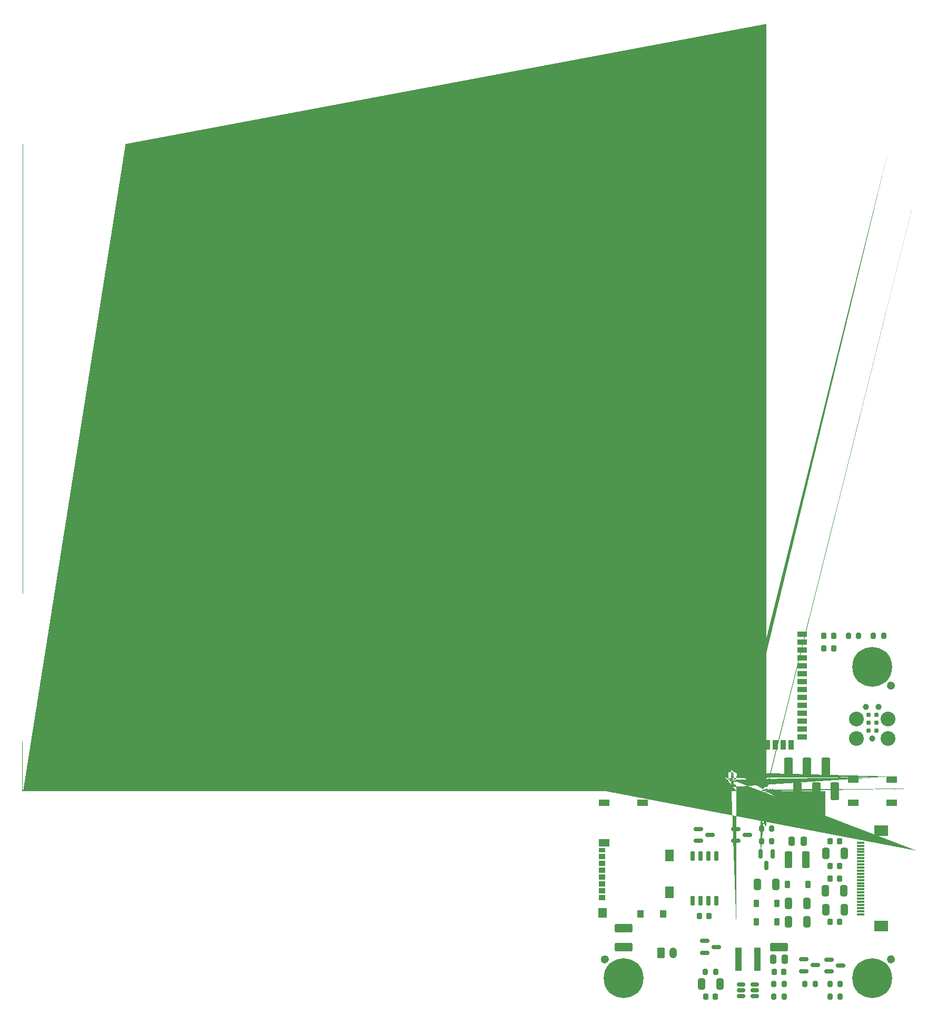
<source format=gbr>
G04 #@! TF.GenerationSoftware,KiCad,Pcbnew,7.0.8*
G04 #@! TF.CreationDate,2024-06-10T03:18:03-07:00*
G04 #@! TF.ProjectId,IotDisplay,496f7444-6973-4706-9c61-792e6b696361,rev?*
G04 #@! TF.SameCoordinates,Original*
G04 #@! TF.FileFunction,Soldermask,Top*
G04 #@! TF.FilePolarity,Negative*
%FSLAX46Y46*%
G04 Gerber Fmt 4.6, Leading zero omitted, Abs format (unit mm)*
G04 Created by KiCad (PCBNEW 7.0.8) date 2024-06-10 03:18:03*
%MOMM*%
%LPD*%
G01*
G04 APERTURE LIST*
G04 Aperture macros list*
%AMRoundRect*
0 Rectangle with rounded corners*
0 $1 Rounding radius*
0 $2 $3 $4 $5 $6 $7 $8 $9 X,Y pos of 4 corners*
0 Add a 4 corners polygon primitive as box body*
4,1,4,$2,$3,$4,$5,$6,$7,$8,$9,$2,$3,0*
0 Add four circle primitives for the rounded corners*
1,1,$1+$1,$2,$3*
1,1,$1+$1,$4,$5*
1,1,$1+$1,$6,$7*
1,1,$1+$1,$8,$9*
0 Add four rect primitives between the rounded corners*
20,1,$1+$1,$2,$3,$4,$5,0*
20,1,$1+$1,$4,$5,$6,$7,0*
20,1,$1+$1,$6,$7,$8,$9,0*
20,1,$1+$1,$8,$9,$2,$3,0*%
%AMFreePoly0*
4,1,596,0.029440,-0.000717,0.058811,-0.002883,0.088039,-0.006486,0.117055,-0.011519,0.145788,-0.017968,0.174172,-0.025819,0.202135,-0.035052,0.229611,-0.045645,0.256536,-0.057576,0.282841,-0.070810,0.308463,-0.085317,0.333343,-0.101065,0.357421,-0.118014,0.380637,-0.136123,0.402936,-0.155349,0.424266,-0.175647,0.444572,-0.196965,0.463808,-0.219253,0.481926,-0.242458,0.498883,-0.266524,
0.514639,-0.291393,0.529154,-0.317004,0.542396,-0.343296,0.554330,-0.370206,0.564929,-0.397668,0.574167,-0.425619,0.582021,-0.453987,0.588474,-0.482707,0.593509,-0.511708,0.597114,-0.540923,0.599280,-0.570278,0.600003,-0.599704,0.598396,-0.643017,0.593668,-0.686061,0.593795,-0.685749,0.593802,-0.685754,0.607867,-0.710266,0.622961,-0.734161,0.639055,-0.757396,0.656120,-0.779927,
0.674125,-0.801715,0.693039,-0.822719,0.712825,-0.842904,0.733452,-0.862232,0.754879,-0.880669,0.777069,-0.898181,0.799983,-0.914737,0.823577,-0.930307,0.847811,-0.944863,0.872644,-0.958379,0.898021,-0.970829,0.923911,-0.982196,0.923907,-0.982203,0.896618,-0.989595,0.869040,-0.995825,0.841222,-1.000879,0.813215,-1.004751,0.785069,-1.007431,0.756835,-1.008917,0.728563,-1.009205,
0.700304,-1.008294,0.672109,-1.006187,0.644029,-1.002887,0.616114,-0.998399,0.588415,-0.992733,0.560980,-0.985898,0.533861,-0.977906,0.507105,-0.968772,0.480758,-0.958510,0.481363,-0.957024,0.462548,-0.981125,0.442502,-1.004262,0.421301,-1.026348,0.399000,-1.047323,0.375658,-1.067134,0.351335,-1.085728,0.326090,-1.103060,0.299998,-1.119080,0.299515,-1.119048,0.324998,-1.142825,
0.349704,-1.167410,0.373603,-1.192774,0.396677,-1.218896,0.418907,-1.245757,0.440275,-1.273334,0.460764,-1.301605,0.480358,-1.330547,0.499040,-1.360138,0.516797,-1.390355,0.533613,-1.421172,0.549476,-1.452564,0.564372,-1.484506,0.578289,-1.516974,0.591217,-1.549941,0.603145,-1.583380,0.614063,-1.617267,0.623963,-1.651571,0.632837,-1.686266,0.640677,-1.721324,0.647478,-1.756718,
0.653234,-1.792418,0.657941,-1.828397,0.661594,-1.864627,0.664190,-1.901076,0.665728,-1.937716,0.666207,-1.974517,0.665625,-2.011453,0.663984,-2.048489,0.661285,-2.085600,0.657529,-2.122752,0.652721,-2.159921,0.646863,-2.197071,0.639961,-2.234176,0.632019,-2.271206,0.623045,-2.308129,0.613046,-2.344919,0.602029,-2.381543,0.590003,-2.417974,0.576979,-2.454182,0.562964,-2.490139,
0.547976,-2.525812,0.532018,-2.561179,0.515112,-2.596205,0.497264,-2.630867,0.478492,-2.665135,0.458809,-2.698984,0.438233,-2.732386,0.416783,-2.765307,0.394470,-2.797729,0.371315,-2.829625,0.347337,-2.860968,0.322554,-2.891732,0.296986,-2.921894,0.270653,-2.951430,0.243579,-2.980314,0.215779,-3.008527,0.187287,-3.036039,0.158115,-3.062837,0.128289,-3.088893,0.097835,-3.114190,
0.066777,-3.138705,0.035139,-3.162419,0.003065,-3.185229,0.006784,-3.191718,0.009651,-3.199064,0.114415,-3.544087,0.139714,-3.533658,0.165294,-3.523923,0.191131,-3.514891,0.217207,-3.506569,0.243500,-3.498963,0.269991,-3.492080,0.296661,-3.485923,0.323489,-3.480499,0.350456,-3.475811,0.377541,-3.471862,0.404726,-3.468656,0.431986,-3.466194,0.459304,-3.464479,0.486659,-3.463512,
0.514030,-3.463294,0.541402,-3.463827,0.541403,-3.463831,0.494284,-3.483372,0.474774,-3.530476,0.494284,-3.577580,0.541402,-3.597121,0.541398,-3.597128,0.493785,-3.616381,0.473999,-3.663753,0.493785,-3.711125,0.541402,-3.730381,0.541397,-3.730388,0.513052,-3.730933,0.484703,-3.730675,0.456372,-3.729614,0.428085,-3.727750,0.399859,-3.725085,0.371721,-3.721621,0.343693,-3.717362,
0.315798,-3.712312,0.288056,-3.706472,0.260491,-3.699849,0.233126,-3.692447,0.205981,-3.684273,0.179076,-3.675332,0.152441,-3.665635,0.126089,-3.655185,0.100045,-3.643993,0.095258,-3.646286,0.090259,-3.648090,0.049610,-3.644109,0.023696,-3.612548,0.021217,-3.604392,0.014625,-3.600785,0.008057,-3.597121,0.012742,-3.594505,0.017425,-3.591922,-0.088345,-3.243604,-0.135148,-3.270352,
-0.182738,-3.295394,-0.231042,-3.318693,-0.279988,-3.340214,-0.329502,-3.359924,-0.379511,-3.377793,-0.429936,-3.393795,-0.480708,-3.407906,-0.480963,-3.407547,-0.480207,-3.415243,-0.446066,-3.761711,-0.421205,-3.751719,-0.396077,-3.742395,-0.370708,-3.733747,-0.345117,-3.725782,-0.319321,-3.718505,-0.293340,-3.711922,-0.267191,-3.706037,-0.240894,-3.700855,-0.214467,-3.696379,-0.187930,-3.692612,
-0.161301,-3.689558,-0.134600,-3.687218,-0.107846,-3.685594,-0.081058,-3.684688,-0.054255,-3.684499,-0.027452,-3.685032,-0.027455,-3.685039,-0.075068,-3.704291,-0.094854,-3.751664,-0.075068,-3.799036,-0.027452,-3.818296,-0.074117,-3.838071,-0.093382,-3.884923,-0.074116,-3.931775,-0.027452,-3.951552,-0.027457,-3.951559,-0.055804,-3.952105,-0.084155,-3.951847,-0.112489,-3.950786,-0.140779,-3.948923,
-0.169006,-3.946259,-0.197146,-3.942795,-0.225176,-3.938536,-0.253074,-3.933486,-0.280819,-3.927646,-0.308385,-3.921023,-0.335753,-3.913621,-0.362900,-3.905446,-0.389804,-3.896506,-0.416444,-3.886806,-0.442798,-3.876356,-0.468843,-3.865164,-0.478580,-3.869226,-0.488931,-3.871292,-0.526879,-3.860219,-0.546775,-3.826078,-0.553799,-3.822217,-0.560798,-3.818296,-0.560793,-3.818289,-0.554640,-3.814842,
-0.548464,-3.811438,-0.585976,-3.430657,-0.615532,-3.435636,-0.645370,-3.439999,-0.675217,-3.443700,-0.705053,-3.446737,-0.734864,-3.449108,-0.764637,-3.450813,-0.794355,-3.451850,-0.824003,-3.452219,-0.853567,-3.451919,-0.883030,-3.450951,-0.912379,-3.449316,-0.941598,-3.447014,-0.970672,-3.444046,-0.999586,-3.440413,-1.028326,-3.436119,-1.056877,-3.431164,-1.085225,-3.425551,-1.113355,-3.419284,
-1.141254,-3.412365,-1.168905,-3.404799,-1.196297,-3.396587,-1.223414,-3.387735,-1.250242,-3.378250,-1.276768,-3.368132,-1.302980,-3.357389,-1.328862,-3.346026,-1.354403,-3.334049,-1.379589,-3.321462,-1.404408,-3.308275,-1.428846,-3.294493,-1.452891,-3.280122,-1.476529,-3.265172,-1.477022,-3.265077,-1.446543,-3.224474,-1.417636,-3.182746,-1.390340,-3.139949,-1.364694,-3.096144,-1.340734,-3.051392,
-1.318499,-3.005764,-1.298017,-2.959321,-1.279319,-2.912132,-1.262431,-2.864265,-1.247380,-2.815791,-1.246537,-2.812658,-1.035179,-2.812658,-1.033529,-2.862646,-1.030089,-2.912768,-1.024842,-2.962983,-1.015738,-2.991432,-0.996825,-3.014556,-0.970743,-3.029130,-0.941130,-3.033121,-0.890667,-3.029564,-0.840655,-3.024246,-0.791131,-3.017197,-0.742127,-3.008447,-0.693679,-2.998023,-0.645821,-2.985953,
-0.598587,-2.972267,-0.552011,-2.956992,-0.506126,-2.940157,-0.460968,-2.921791,-0.416568,-2.901922,-0.372967,-2.880580,-0.330193,-2.857790,-0.288281,-2.833583,-0.247267,-2.807986,-0.207183,-2.781029,-0.168065,-2.752739,-0.129947,-2.723145,-0.092862,-2.692276,-0.056844,-2.660160,-0.021929,-2.626825,0.011849,-2.592302,0.044459,-2.556614,0.075863,-2.519795,0.106028,-2.481872,0.134921,-2.442871,
0.162507,-2.402822,0.188752,-2.361755,0.213623,-2.319694,0.237085,-2.276672,0.259099,-2.232720,0.279638,-2.187859,0.298665,-2.142121,0.316147,-2.095534,0.332048,-2.048126,0.346335,-1.999927,0.358974,-1.950965,0.360185,-1.919774,0.349355,-1.890493,0.328135,-1.867593,0.299755,-1.854556,0.268577,-1.853380,0.239320,-1.864214,0.216435,-1.885410,0.203403,-1.913745,0.190602,-1.962852,
0.175932,-2.011059,0.159440,-2.058331,0.141167,-2.104634,0.121157,-2.149933,0.099458,-2.194194,0.076110,-2.237380,0.051158,-2.279460,0.024646,-2.320397,-0.003382,-2.360157,-0.032882,-2.398706,-0.063811,-2.436010,-0.096124,-2.472031,-0.129779,-2.506738,-0.164729,-2.540095,-0.200932,-2.572068,-0.238344,-2.602621,-0.276920,-2.631721,-0.316618,-2.659332,-0.357394,-2.685422,-0.399202,-2.709952,
-0.441999,-2.732892,-0.485741,-2.754204,-0.530386,-2.773856,-0.575886,-2.791811,-0.622201,-2.808036,-0.669286,-2.822497,-0.717096,-2.835157,-0.765588,-2.845983,-0.814718,-2.854941,-0.864447,-2.861994,-0.866313,-2.810556,-0.866142,-2.759330,-0.863956,-2.708369,-0.859776,-2.657727,-0.853620,-2.607465,-0.845511,-2.557638,-0.835467,-2.508304,-0.823508,-2.459517,-0.809658,-2.411339,-0.793932,-2.363823,
-0.776354,-2.317028,-0.756943,-2.271009,-0.735716,-2.225822,-0.712699,-2.181529,-0.687911,-2.138186,-0.661369,-2.095845,-0.633097,-2.054569,-0.603110,-2.014409,-0.571432,-1.975424,-0.538086,-1.937676,-0.503087,-1.901216,-0.466457,-1.866103,-0.428216,-1.832395,-0.388385,-1.800146,-0.346984,-1.769416,-0.304033,-1.740261,-0.281666,-1.718500,-0.269334,-1.689839,-0.268914,-1.658646,-0.280470,-1.629664,
-0.302273,-1.607322,-0.330972,-1.595026,-0.337858,-1.593864,-0.344820,-1.593305,-0.348300,-1.593264,-0.351779,-1.593374,-0.372286,-1.597143,-0.391121,-1.606080,-0.433000,-1.634308,-0.473649,-1.663862,-0.513046,-1.694699,-0.551172,-1.726779,-0.588009,-1.760062,-0.623536,-1.794505,-0.657733,-1.830066,-0.690584,-1.866708,-0.722069,-1.904387,-0.752167,-1.943062,-0.780860,-1.982694,-0.808129,-2.023239,
-0.833954,-2.064658,-0.858315,-2.106909,-0.881196,-2.149952,-0.902575,-2.193745,-0.922434,-2.238247,-0.940754,-2.283417,-0.957515,-2.329215,-0.972698,-2.375600,-0.986285,-2.422528,-0.998254,-2.469961,-1.008589,-2.517857,-1.017269,-2.566176,-1.024275,-2.614875,-1.029589,-2.663914,-1.033190,-2.713250,-1.035060,-2.762846,-1.035179,-2.812658,-1.246537,-2.812658,-1.234187,-2.766780,-1.222871,-2.717303,
-1.213448,-2.667430,-1.205931,-2.617234,-1.200331,-2.566788,-1.196659,-2.516168,-1.194194,-2.479536,-1.190722,-2.442989,-1.186243,-2.406550,-1.180762,-2.370248,-1.174282,-2.334111,-1.166809,-2.298166,-1.158348,-2.262438,-1.148906,-2.226959,-1.138490,-2.191754,-1.127108,-2.156849,-1.114767,-2.122270,-1.101479,-2.088044,-1.087252,-2.054196,-1.072096,-2.020752,-1.056025,-1.987737,-1.039051,-1.955180,
-1.021189,-1.923104,-1.002447,-1.891530,-0.982841,-1.860483,-0.962388,-1.829988,-0.941103,-1.800069,-0.919000,-1.770746,-0.896096,-1.742041,-0.872414,-1.713982,-0.847965,-1.686582,-0.822772,-1.659868,-0.796850,-1.633856,-0.770222,-1.608568,-0.742907,-1.584023,-0.714926,-1.560239,-0.686300,-1.537235,-0.657052,-1.515027,-0.630307,-1.494769,-0.604080,-1.473844,-0.578389,-1.452266,-0.553250,-1.430049,
-0.528677,-1.407207,-0.504689,-1.383754,-0.481296,-1.359704,-0.458518,-1.335074,-0.436367,-1.309878,-0.414858,-1.284135,-0.394004,-1.257857,-0.373816,-1.231063,-0.354312,-1.203771,-0.335500,-1.175996,-0.317393,-1.147757,-0.300005,-1.119075,-0.333345,-1.098353,-0.365260,-1.075495,-0.395613,-1.050596,-0.424268,-1.023772,-0.451108,-0.995128,-0.476018,-0.964788,-0.498887,-0.932887,-0.519621,-0.899560,
-0.538129,-0.864954,-0.554333,-0.829207,-0.568163,-0.792476,-0.579560,-0.754921,-0.588475,-0.716702,-0.594871,-0.677980,-0.598719,-0.638927,-0.600003,-0.599704,-0.599280,-0.570278,-0.597113,-0.540922,-0.593508,-0.511708,-0.588474,-0.482707,-0.582020,-0.453985,-0.578804,-0.442370,-0.008102,-0.442370,0.001954,-0.471895,0.022546,-0.495328,0.050540,-0.509103,0.081659,-0.511123,0.111189,-0.501098,
0.134639,-0.480549,0.148446,-0.452598,0.168442,-0.420921,0.200025,-0.413066,0.231581,-0.420918,0.251565,-0.452600,0.265374,-0.480559,0.288833,-0.501113,0.318374,-0.511135,0.349504,-0.509103,0.377499,-0.495327,0.398089,-0.471896,0.408147,-0.442370,0.406137,-0.411248,0.387621,-0.364843,0.360167,-0.325866,0.325727,-0.294766,0.286255,-0.271993,0.243699,-0.257998,0.200021,-0.253233,
0.156344,-0.257999,0.113790,-0.271993,0.074317,-0.294766,0.039877,-0.325866,0.012423,-0.364844,-0.006093,-0.411248,-0.008102,-0.442370,-0.578804,-0.442370,-0.574167,-0.425618,-0.564929,-0.397668,-0.554330,-0.370206,-0.542393,-0.343292,-0.529152,-0.317001,-0.514639,-0.291392,-0.498883,-0.266524,-0.481925,-0.242457,-0.463808,-0.219253,-0.444571,-0.196964,-0.424265,-0.175646,-0.402936,-0.155349,
-0.380634,-0.136121,-0.357421,-0.118014,-0.333343,-0.101065,-0.308461,-0.085316,-0.282838,-0.070808,-0.256534,-0.057574,-0.229611,-0.045645,-0.202135,-0.035052,-0.174171,-0.025819,-0.145788,-0.017968,-0.117055,-0.011519,-0.088039,-0.006486,-0.058810,-0.002883,-0.029440,-0.000717,0.000000,0.000005,0.029440,-0.000717,0.029440,-0.000717,$1*%
%AMFreePoly1*
4,1,658,0.539101,1.999822,0.607558,1.997641,0.674360,1.987085,0.738750,1.966967,0.799970,1.936100,0.857261,1.893296,0.909867,1.837368,0.947295,1.779784,0.972828,1.717646,0.987031,1.652537,0.990468,1.586037,0.983704,1.519730,0.967304,1.455197,0.941833,1.394021,0.907855,1.337782,0.865936,1.288063,0.816639,1.246447,0.762246,1.208846,0.702445,1.170308,0.638782,1.134532,
0.572800,1.105214,0.500333,1.076862,0.428842,1.046260,0.358375,1.013458,0.288979,0.978504,0.220702,0.941447,0.153590,0.902336,0.087693,0.861220,0.023055,0.818147,-0.040273,0.773167,-0.102246,0.726327,-0.162816,0.677678,-0.221936,0.627268,-0.279557,0.575145,-0.335634,0.521359,-0.390117,0.465958,-0.442960,0.408991,-0.494116,0.350508,-0.543537,0.290556,-0.591175,0.229185,
-0.636983,0.166443,-0.680914,0.102380,-0.722920,0.037044,-0.762955,-0.029516,-0.800969,-0.097251,-0.836917,-0.166112,-0.870750,-0.236051,-0.902422,-0.307018,-0.931884,-0.378965,-0.946361,-0.417472,-0.963538,-0.465849,-0.980395,-0.518348,-0.993907,-0.569222,-1.001051,-0.612725,-0.998806,-0.643109,-0.984147,-0.654629,-0.954052,-0.641537,-0.905498,-0.598087,-0.848121,-0.530761,-0.788262,-0.466464,
-0.726190,-0.405350,-0.662178,-0.347576,-0.596498,-0.293296,-0.529420,-0.242667,-0.461216,-0.195844,-0.392157,-0.152983,-0.322515,-0.114239,-0.252562,-0.079768,-0.182569,-0.049726,-0.112807,-0.024268,-0.043548,-0.003550,0.024937,0.012273,0.092376,0.023046,0.158498,0.028611,0.223032,0.028815,0.285705,0.023500,0.346246,0.012513,0.404385,-0.004304,0.408357,-0.005496,0.368444,0.054794,
0.334086,0.119384,0.304953,0.188773,0.280715,0.263459,0.228172,0.327517,0.181038,0.395393,0.141332,0.465874,0.111074,0.537750,0.092286,0.609808,0.086988,0.680838,0.094342,0.730381,0.189144,0.730381,0.250139,0.698352,0.308373,0.652761,0.358574,0.598830,0.395470,0.541779,0.350337,0.497117,0.329829,0.445952,0.321278,0.383330,0.312018,0.304298,0.281548,0.338867,
0.248832,0.377656,0.282139,0.332819,0.318217,0.289832,0.323224,0.280692,0.347778,0.201607,0.376724,0.128835,0.411641,0.062312,0.454109,0.001974,0.505706,-0.052242,0.542835,-0.085665,0.584787,-0.112805,0.619671,-0.131536,0.650185,-0.154342,0.676663,-0.180615,0.699436,-0.209746,0.718839,-0.241128,0.735205,-0.274152,0.748865,-0.308211,0.760154,-0.342697,0.769405,-0.377003,
0.776950,-0.410519,0.783122,-0.442639,0.788255,-0.472754,0.792681,-0.500257,0.796734,-0.524539,0.800746,-0.544993,0.805051,-0.561011,0.809982,-0.571985,0.815871,-0.577307,0.823052,-0.576369,0.831857,-0.568563,0.842620,-0.553282,0.855674,-0.529917,0.871352,-0.497861,0.889986,-0.456505,0.911910,-0.405242,0.937457,-0.343465,0.966960,-0.270564,1.000752,-0.185932,1.039165,-0.088961,
1.041151,-0.086178,1.045284,-0.079184,1.089694,-0.027221,1.129538,0.023621,1.164260,0.076409,1.193304,0.134212,1.216116,0.200098,1.232138,0.277133,1.240817,0.368387,1.241595,0.476926,1.245250,0.490120,1.260567,0.523843,1.276087,0.576751,1.282128,0.604489,1.262599,0.545794,1.241752,0.500849,1.212676,0.553102,1.181745,0.613607,1.136270,0.669772,1.063562,0.709003,
1.082841,0.745254,1.121490,0.806984,1.175186,0.876272,1.239599,0.935191,1.168720,0.914744,1.093846,0.875983,1.030010,0.829953,0.979282,0.783640,0.949434,0.746513,0.935048,0.735784,0.953408,0.730697,0.994801,0.710555,0.987773,0.692825,0.950583,0.677886,0.901489,0.666116,0.858749,0.657895,0.812120,0.654325,0.755893,0.651701,0.690015,0.638484,0.614433,0.603134,
0.559986,0.574983,0.506106,0.556576,0.462431,0.550422,0.438600,0.559028,0.444249,0.584903,0.489016,0.630554,0.467398,0.633020,0.384470,0.682968,0.310504,0.713445,0.245422,0.728050,0.189144,0.730381,0.094342,0.730381,0.097199,0.749627,0.113174,0.765762,0.167587,0.775563,0.232265,0.775198,0.306495,0.761173,0.389564,0.729997,0.480762,0.678176,0.571969,0.732862,
0.650122,0.767051,0.719636,0.784889,0.784928,0.790520,0.850416,0.788088,0.920515,0.781737,0.957270,0.825789,1.007863,0.871142,1.069537,0.914784,1.130204,0.949026,1.192633,0.974340,1.254325,0.986076,1.295256,0.983772,1.310436,0.973758,1.333537,0.921076,1.345122,0.856568,1.347650,0.784410,1.343579,0.708777,1.334498,0.634237,1.321086,0.565796,1.305880,0.514405,
1.287626,0.474396,1.286828,0.375931,1.279356,0.290126,1.265743,0.215225,1.246526,0.149470,1.222240,0.091107,1.193420,0.038378,1.160603,-0.010474,1.124322,-0.057205,1.085115,-0.103571,1.083446,-0.177576,1.076010,-0.250378,1.062782,-0.322162,1.043740,-0.393113,1.018860,-0.463416,0.988118,-0.533256,0.951492,-0.602817,0.908956,-0.672286,0.860489,-0.741846,0.806065,-0.811683,
0.745663,-0.881982,0.756472,-0.947711,0.770287,-1.014301,0.785641,-1.068836,0.813632,-1.145055,0.840752,-1.216629,0.867101,-1.284661,0.892779,-1.350253,0.917886,-1.414509,0.942522,-1.478530,0.966788,-1.543419,0.995910,-1.566312,1.044757,-1.588007,1.114539,-1.620275,1.149271,-1.660650,1.170141,-1.713305,1.189088,-1.780579,1.204985,-1.857120,1.204578,-1.935837,1.164771,-1.974521,
1.134344,-1.992754,1.110603,-1.994380,1.090852,-1.983243,1.072396,-1.963189,1.052539,-1.938060,1.028587,-1.911701,0.997845,-1.887956,0.957616,-1.870669,0.905207,-1.863685,0.837921,-1.870847,0.790739,-1.821326,0.738478,-1.767941,0.689627,-1.721032,0.652676,-1.690938,0.610474,-1.656847,0.672466,-1.656847,0.717101,-1.686805,0.762452,-1.726934,0.808431,-1.773687,0.854948,-1.823514,
0.937657,-1.826875,0.998358,-1.840582,1.041037,-1.861171,1.069678,-1.885180,1.088267,-1.909143,1.100790,-1.929596,1.111231,-1.943078,1.123577,-1.946122,1.141811,-1.935266,1.169921,-1.907045,1.162370,-1.847119,1.147207,-1.778334,1.130000,-1.719125,1.112538,-1.675128,1.091078,-1.649774,1.028688,-1.621321,0.974150,-1.596768,0.935857,-1.566322,0.902902,-1.617607,0.856084,-1.648684,
0.783305,-1.661212,0.672466,-1.656847,0.610474,-1.656847,0.599741,-1.648177,0.550497,-1.593563,0.504178,-1.530891,0.460018,-1.463956,0.417254,-1.396551,0.375121,-1.332472,0.356046,-1.304973,0.311220,-1.351308,0.270587,-1.389044,0.217366,-1.432260,0.156358,-1.477409,0.092364,-1.520940,0.030185,-1.559303,-0.022276,-1.593506,-0.038723,-1.613269,-0.005080,-1.629350,0.069129,-1.652214,
0.143252,-1.670774,0.186679,-1.674061,0.233570,-1.664692,0.314460,-1.649623,0.393123,-1.643189,0.453327,-1.646650,0.513146,-1.679772,0.569286,-1.742263,0.578539,-1.788453,0.555219,-1.822854,0.479669,-1.832427,0.404325,-1.842175,0.329128,-1.851650,0.254019,-1.860408,0.178940,-1.868002,0.103831,-1.873987,0.028633,-1.877915,-0.046712,-1.879341,-0.122263,-1.877819,-0.198080,-1.872903,
-0.274221,-1.864147,-0.349911,-1.869629,-0.424301,-1.874062,-0.497422,-1.876816,-0.569307,-1.877257,-0.639986,-1.874753,-0.709492,-1.868674,-0.777858,-1.858385,-0.845114,-1.843257,-0.849367,-1.841933,0.066982,-1.841933,0.537017,-1.783914,0.538844,-1.779542,0.535031,-1.760547,0.486708,-1.706979,0.444028,-1.681943,0.397453,-1.679799,0.328307,-1.684647,0.328307,-1.684566,0.283465,-1.690808,
0.240802,-1.699587,0.181923,-1.713413,0.151341,-1.720237,0.140215,-1.724128,0.139704,-1.729153,0.140966,-1.739378,0.135160,-1.758871,0.113446,-1.791701,0.066982,-1.841933,-0.849367,-1.841933,-0.911294,-1.822656,-0.976429,-1.795950,-1.040551,-1.762507,-1.103692,-1.721696,-1.165885,-1.672884,-1.212348,-1.618354,-1.252161,-1.557398,-1.285243,-1.490137,-1.311512,-1.416691,-1.330885,-1.337181,
-1.343281,-1.251728,-1.347564,-1.177441,-1.348448,-1.100429,-1.346083,-1.021242,-1.340618,-0.940434,-1.332202,-0.858555,-1.320985,-0.776158,-1.307116,-0.693795,-1.290746,-0.612017,-1.272023,-0.531377,-1.251097,-0.452427,-1.233093,-0.392328,-1.206022,-0.392328,-1.190921,-0.397097,-1.131191,-0.417022,-1.071645,-0.439421,-1.011776,-0.464812,-0.997391,-0.471329,-0.991351,-0.456785,-0.973468,-0.414926,
-0.955665,-0.370710,-0.950499,-0.357119,-0.963772,-0.351238,-1.023700,-0.325892,-1.085894,-0.302167,-1.149513,-0.280502,-1.158414,-0.277641,-1.165013,-0.284238,-1.167474,-0.286623,-1.168667,-0.289642,-1.185134,-0.333344,-1.200856,-0.377386,-1.206022,-0.392328,-1.233093,-0.392328,-1.228117,-0.375718,-1.201868,-0.302651,-1.173540,-0.230383,-1.143174,-0.158956,-1.130459,-0.131242,-1.101825,-0.131242,
-1.087281,-0.137600,-1.028718,-0.164327,-0.970553,-0.193585,-0.911952,-0.225663,-0.897487,-0.233928,-0.890413,-0.218827,-0.870811,-0.177318,-0.850595,-0.136408,-0.843839,-0.123294,-0.856714,-0.115982,-0.913735,-0.084696,-0.973001,-0.054224,-1.034189,-0.025536,-1.047463,-0.019655,-1.054059,-0.032609,-1.074941,-0.074637,-1.095070,-0.116936,-1.101825,-0.131242,-1.130459,-0.131242,-1.110809,-0.088412,
-1.076483,-0.018796,-1.040237,0.049852,-1.004776,0.112756,-0.974183,0.112756,-0.958765,0.105603,-0.901341,0.076836,-0.844946,0.044516,-0.788999,0.008401,-0.775487,-0.000739,-0.767142,0.013250,-0.743414,0.052895,-0.719217,0.091774,-0.710951,0.104411,-0.723509,0.112836,-0.778131,0.148142,-0.836070,0.182053,-0.896454,0.213138,-0.908693,0.218940,-0.916005,0.207495,-0.941062,0.167633,
-0.965441,0.127381,-0.974183,0.112756,-1.004776,0.112756,-1.002109,0.117487,-0.962140,0.184068,-0.920369,0.249551,-0.876834,0.313894,-0.851589,0.349125,-0.819439,0.349125,-0.804974,0.340382,-0.750711,0.306107,-0.696836,0.268967,-0.642679,0.229033,-0.630280,0.219655,-0.621061,0.232133,-0.593328,0.268939,-0.565029,0.305174,-0.555253,0.317493,-0.567652,0.327030,-0.619609,0.365670,
-0.674924,0.404138,-0.732490,0.440764,-0.744094,0.447758,-0.752518,0.437107,-0.781263,0.400157,-0.809425,0.362716,-0.819439,0.349125,-0.851589,0.349125,-0.831576,0.377054,-0.784634,0.438987,-0.736047,0.499653,-0.685855,0.559007,-0.674985,0.571188,-0.639897,0.571188,-0.625909,0.561173,-0.574343,0.522672,-0.523735,0.481675,-0.473152,0.437426,-0.461786,0.427093,-0.451454,0.438459,
-0.420100,0.471995,-0.388031,0.505141,-0.376903,0.516507,-0.388666,0.527236,-0.437989,0.570687,-0.490177,0.613448,-0.544444,0.654322,-0.555253,0.662111,-0.564473,0.652494,-0.596716,0.618480,-0.628373,0.583984,-0.639897,0.571188,-0.674985,0.571188,-0.634097,0.617007,-0.580813,0.673610,-0.526041,0.728773,-0.481240,0.771552,-0.442791,0.771552,-0.428406,0.760346,-0.378284,0.719168,
-0.329697,0.675354,-0.282086,0.628730,-0.271754,0.618239,-0.260865,0.628094,-0.226316,0.658016,-0.190924,0.687623,-0.178128,0.698273,-0.189811,0.710116,-0.236743,0.756540,-0.286368,0.802378,-0.338436,0.846660,-0.348371,0.854767,-0.358067,0.846421,-0.393922,0.815408,-0.429280,0.783792,-0.442791,0.771552,-0.481240,0.771552,-0.469822,0.782455,-0.412195,0.834611,-0.353199,0.885199,
-0.292874,0.934177,-0.264950,0.955624,-0.222239,0.955624,-0.208966,0.943067,-0.163067,0.897795,-0.117585,0.850019,-0.071707,0.799767,-0.062408,0.789435,-0.051201,0.797621,-0.013563,0.824218,0.024780,0.850316,0.039324,0.860171,0.027721,0.873285,-0.016237,0.921930,-0.062630,0.971223,-0.111049,1.019922,-0.120109,1.028745,-0.130521,1.021512,-0.169226,0.994357,-0.207535,0.966513,
-0.222239,0.955624,-0.264950,0.955624,-0.231259,0.981501,-0.168393,1.027130,-0.104316,1.071019,-0.041495,1.111561,0.008408,1.111561,0.021760,1.097573,0.065671,1.049643,0.108075,0.999192,0.149561,0.945769,0.157827,0.934801,0.169669,0.941715,0.209867,0.964619,0.250578,0.986859,0.266156,0.995205,0.255665,1.009511,0.215784,1.061849,0.172640,1.114719,0.126830,1.166322,
0.118644,1.175064,0.108153,1.169342,0.066345,1.145725,0.025018,1.121416,0.008408,1.111561,-0.041495,1.111561,-0.039068,1.113127,0.027313,1.153410,0.094786,1.191827,0.163313,1.228334,0.198303,1.245720,0.258049,1.245720,0.272117,1.230699,0.316509,1.180743,0.358391,1.128010,0.396739,1.073729,0.403892,1.062841,0.415814,1.068166,0.458510,1.087186,0.501253,1.105282,
0.518500,1.112197,0.508485,1.127774,0.470389,1.183780,0.428851,1.238214,0.384499,1.290387,0.377505,1.298255,0.367649,1.294520,0.320718,1.275681,0.276329,1.255019,0.258049,1.245720,0.198303,1.245720,0.232854,1.262888,0.293742,1.290200,0.357548,1.315170,0.422661,1.340339,0.459112,1.356037,0.523109,1.356037,0.536462,1.341094,0.580772,1.288958,0.620883,1.236456,
0.655600,1.185317,0.663309,1.173156,0.675946,1.180071,0.718232,1.204903,0.758763,1.232925,0.770049,1.241508,0.762419,1.253430,0.725662,1.306841,0.684391,1.359600,0.639625,1.411353,0.630167,1.421844,0.618881,1.413261,0.580894,1.387379,0.540913,1.365097,0.523109,1.356037,0.459112,1.356037,0.487468,1.368249,0.550359,1.401443,0.609722,1.442463,0.663945,1.493852,
0.686429,1.535811,0.692671,1.589111,0.676185,1.640728,0.625980,1.693086,0.551642,1.710113,0.493154,1.700896,0.437645,1.685006,0.383992,1.675418,0.331071,1.685105,0.277760,1.727041,0.247097,1.786282,0.250814,1.844256,0.280839,1.896894,0.329103,1.940123,0.392626,1.973563,0.462266,1.992742,0.539005,1.999890,0.539101,1.999822,0.539101,1.999822,$1*%
G04 Aperture macros list end*
%ADD10C,0.650000*%
%ADD11RoundRect,0.250000X0.325000X0.650000X-0.325000X0.650000X-0.325000X-0.650000X0.325000X-0.650000X0*%
%ADD12RoundRect,0.200000X-0.200000X-0.275000X0.200000X-0.275000X0.200000X0.275000X-0.200000X0.275000X0*%
%ADD13RoundRect,0.250000X-0.250000X-0.475000X0.250000X-0.475000X0.250000X0.475000X-0.250000X0.475000X0*%
%ADD14RoundRect,0.200000X0.200000X0.275000X-0.200000X0.275000X-0.200000X-0.275000X0.200000X-0.275000X0*%
%ADD15R,1.100000X3.700000*%
%ADD16RoundRect,0.225000X0.225000X0.250000X-0.225000X0.250000X-0.225000X-0.250000X0.225000X-0.250000X0*%
%ADD17RoundRect,0.150000X-0.512500X-0.150000X0.512500X-0.150000X0.512500X0.150000X-0.512500X0.150000X0*%
%ADD18RoundRect,0.250000X0.250000X0.475000X-0.250000X0.475000X-0.250000X-0.475000X0.250000X-0.475000X0*%
%ADD19RoundRect,0.250000X-0.350000X-0.625000X0.350000X-0.625000X0.350000X0.625000X-0.350000X0.625000X0*%
%ADD20O,1.200000X1.750000*%
%ADD21RoundRect,0.150000X-0.150000X0.650000X-0.150000X-0.650000X0.150000X-0.650000X0.150000X0.650000X0*%
%ADD22RoundRect,0.150000X-0.587500X-0.150000X0.587500X-0.150000X0.587500X0.150000X-0.587500X0.150000X0*%
%ADD23RoundRect,0.250000X-1.175000X-0.450000X1.175000X-0.450000X1.175000X0.450000X-1.175000X0.450000X0*%
%ADD24RoundRect,0.225000X-0.225000X-0.250000X0.225000X-0.250000X0.225000X0.250000X-0.225000X0.250000X0*%
%ADD25R,1.800000X1.170000*%
%ADD26R,1.350000X1.900000*%
%ADD27R,1.350000X1.550000*%
%ADD28R,1.000000X1.200000*%
%ADD29R,1.100000X0.750000*%
%ADD30R,1.100000X0.850000*%
%ADD31RoundRect,0.150000X-0.150000X0.587500X-0.150000X-0.587500X0.150000X-0.587500X0.150000X0.587500X0*%
%ADD32FreePoly0,0.000000*%
%ADD33R,2.200000X1.800000*%
%ADD34R,1.300000X0.300000*%
%ADD35C,0.787400*%
%ADD36C,0.990600*%
%ADD37C,2.374900*%
%ADD38C,1.152000*%
%ADD39RoundRect,0.218750X0.218750X0.256250X-0.218750X0.256250X-0.218750X-0.256250X0.218750X-0.256250X0*%
%ADD40RoundRect,0.250000X0.450000X-1.175000X0.450000X1.175000X-0.450000X1.175000X-0.450000X-1.175000X0*%
%ADD41C,0.600000*%
%ADD42R,3.900000X3.900000*%
%ADD43R,1.500000X0.900000*%
%ADD44R,0.900000X1.500000*%
%ADD45RoundRect,0.250000X0.375000X1.075000X-0.375000X1.075000X-0.375000X-1.075000X0.375000X-1.075000X0*%
%ADD46RoundRect,0.250000X-0.325000X-0.650000X0.325000X-0.650000X0.325000X0.650000X-0.325000X0.650000X0*%
%ADD47O,1.600000X1.000000*%
%ADD48O,2.100000X1.000000*%
%ADD49R,1.150000X0.300000*%
%ADD50C,0.650000*%
%ADD51RoundRect,0.225000X0.225000X0.375000X-0.225000X0.375000X-0.225000X-0.375000X0.225000X-0.375000X0*%
%ADD52R,1.800000X1.100000*%
%ADD53FreePoly1,0.000000*%
%ADD54C,0.800000*%
%ADD55C,6.400000*%
%ADD56RoundRect,0.218750X-0.218750X-0.256250X0.218750X-0.256250X0.218750X0.256250X-0.218750X0.256250X0*%
%ADD57RoundRect,0.225000X-0.225000X-0.375000X0.225000X-0.375000X0.225000X0.375000X-0.225000X0.375000X0*%
G04 APERTURE END LIST*
D10*
X77325000Y-147000000D02*
G75*
G03*
X77325000Y-147000000I-325000J0D01*
G01*
X123325000Y-103000000D02*
G75*
G03*
X123325000Y-103000000I-325000J0D01*
G01*
G36*
X104021599Y-119468244D02*
G01*
X104052209Y-119523399D01*
X104077948Y-119596850D01*
X104095131Y-119671383D01*
X104100069Y-119729782D01*
X104089075Y-119754832D01*
X104036299Y-119750294D01*
X103961744Y-119732736D01*
X103892518Y-119709118D01*
X103855726Y-119686402D01*
X103858801Y-119649465D01*
X103885360Y-119588789D01*
X103926767Y-119519735D01*
X103974387Y-119457663D01*
X103989806Y-119448602D01*
X104021599Y-119468244D01*
G37*
G36*
X103523586Y-119534917D02*
G01*
X103584590Y-119554227D01*
X103657771Y-119605346D01*
X103719633Y-119663076D01*
X103746682Y-119702219D01*
X103726590Y-119741641D01*
X103675056Y-119797681D01*
X103610932Y-119845649D01*
X103553072Y-119860857D01*
X103523998Y-119834704D01*
X103502190Y-119778355D01*
X103488883Y-119706177D01*
X103485310Y-119632536D01*
X103492704Y-119571800D01*
X103512300Y-119538334D01*
X103523586Y-119534916D01*
X103523586Y-119534917D01*
G37*
G36*
X103856849Y-119723729D02*
G01*
X103916309Y-119774504D01*
X103973784Y-119838351D01*
X104016324Y-119898283D01*
X104030976Y-119937315D01*
X103992871Y-119990319D01*
X103922688Y-120049661D01*
X103868602Y-120080456D01*
X103804604Y-120069040D01*
X103717126Y-120035591D01*
X103673005Y-119995970D01*
X103680832Y-119951132D01*
X103702010Y-119876675D01*
X103732809Y-119795342D01*
X103769502Y-119729873D01*
X103808357Y-119703012D01*
X103856849Y-119723729D01*
G37*
X123325000Y-147000000D02*
G75*
G03*
X123325000Y-147000000I-325000J0D01*
G01*
D11*
X92525000Y-151000000D03*
X95475000Y-151000000D03*
D12*
X104175000Y-153000000D03*
X105825000Y-153000000D03*
D13*
X105950000Y-147000000D03*
X104050000Y-147000000D03*
D14*
X94825000Y-149000000D03*
X93175000Y-149000000D03*
X104175000Y-151000000D03*
X105825000Y-151000000D03*
D15*
X101500000Y-147000000D03*
X98500000Y-147000000D03*
D16*
X104225000Y-149000000D03*
X105775000Y-149000000D03*
X93225000Y-153000000D03*
X94775000Y-153000000D03*
D17*
X101137500Y-151050000D03*
X101137500Y-152000000D03*
X101137500Y-152950000D03*
X98862500Y-152950000D03*
X98862500Y-152000000D03*
X98862500Y-151050000D03*
D16*
X93775000Y-140000000D03*
X92225000Y-140000000D03*
D18*
X108950000Y-128000000D03*
X107050000Y-128000000D03*
D19*
X86000000Y-146000000D03*
D20*
X88000000Y-146000000D03*
D21*
X94905000Y-130400000D03*
X93635000Y-130400000D03*
X92365000Y-130400000D03*
X91095000Y-130400000D03*
X91095000Y-137600000D03*
X92365000Y-137600000D03*
X93635000Y-137600000D03*
X94905000Y-137600000D03*
D22*
X98062500Y-126050000D03*
X98062500Y-127950000D03*
X99937500Y-127000000D03*
X92062500Y-126050000D03*
X92062500Y-127950000D03*
X93937500Y-127000000D03*
X93062500Y-144050000D03*
X93062500Y-145950000D03*
X94937500Y-145000000D03*
D12*
X102175000Y-126000000D03*
X103825000Y-126000000D03*
D23*
X80000000Y-145000000D03*
D22*
X114937500Y-148000000D03*
X113062500Y-148950000D03*
X113062500Y-147050000D03*
D14*
X86175000Y-103000000D03*
X87825000Y-103000000D03*
D24*
X114775000Y-128000000D03*
X113225000Y-128000000D03*
D25*
X76900000Y-128245000D03*
D26*
X87375000Y-130270000D03*
X87375000Y-136240000D03*
D27*
X76675000Y-139565000D03*
D28*
X86400000Y-139740000D03*
X82700000Y-139740000D03*
D29*
X76550000Y-129455000D03*
D30*
X76550000Y-130505000D03*
X76550000Y-131605000D03*
X76550000Y-132705000D03*
X76550000Y-133805000D03*
X76550000Y-134905000D03*
X76550000Y-136005000D03*
X76550000Y-137105000D03*
D12*
X103825000Y-128000000D03*
X102175000Y-128000000D03*
D31*
X103000000Y-131937500D03*
X102050000Y-130062500D03*
X103950000Y-130062500D03*
D32*
X97333322Y-118071546D03*
D33*
X121400000Y-126350000D03*
X121400000Y-141650000D03*
D34*
X118150000Y-128250000D03*
X118150000Y-128750000D03*
X118150000Y-129250000D03*
X118150000Y-129750000D03*
X118150000Y-130250000D03*
X118150000Y-130750000D03*
X118150000Y-131250000D03*
X118150000Y-131750000D03*
X118150000Y-132250000D03*
X118150000Y-132750000D03*
X118150000Y-133250000D03*
X118150000Y-133750000D03*
X118150000Y-134250000D03*
X118150000Y-134750000D03*
X118150000Y-135250000D03*
X118150000Y-135750000D03*
X118150000Y-136250000D03*
X118150000Y-136750000D03*
X118150000Y-137250000D03*
X118150000Y-137750000D03*
X118150000Y-138250000D03*
X118150000Y-138750000D03*
X118150000Y-139250000D03*
X118150000Y-139750000D03*
D16*
X113225000Y-141000000D03*
X114775000Y-141000000D03*
D11*
X101525000Y-135000000D03*
X104475000Y-135000000D03*
D35*
X119365000Y-107730000D03*
X120635000Y-107730000D03*
X119365000Y-109000000D03*
X120635000Y-109000000D03*
X119365000Y-110270000D03*
X120635000Y-110270000D03*
D36*
X121016000Y-106460000D03*
X118984000Y-106460000D03*
D37*
X122540000Y-108365000D03*
X117460000Y-108365000D03*
X122540000Y-111540000D03*
D36*
X120000000Y-111540000D03*
D37*
X117460000Y-111540000D03*
D14*
X113175000Y-151000000D03*
X114825000Y-151000000D03*
D16*
X113225000Y-132000000D03*
X114775000Y-132000000D03*
D38*
X77000000Y-147000000D03*
D39*
X112212500Y-97000000D03*
X113787500Y-97000000D03*
D40*
X112500000Y-116000000D03*
D12*
X114825000Y-153000000D03*
X113175000Y-153000000D03*
D11*
X112475000Y-136000000D03*
X115425000Y-136000000D03*
D41*
X99900000Y-103160000D03*
X99900000Y-101760000D03*
X99200000Y-103860000D03*
X99200000Y-102460000D03*
X99200000Y-101060000D03*
X98500000Y-103160000D03*
D42*
X98500000Y-102460000D03*
D41*
X98500000Y-101760000D03*
X97800000Y-103860000D03*
X97800000Y-102460000D03*
X97800000Y-101060000D03*
X97100000Y-103160000D03*
X97100000Y-101760000D03*
D43*
X108750000Y-94740000D03*
X108750000Y-96010000D03*
X108750000Y-97280000D03*
X108750000Y-98550000D03*
X108750000Y-99820000D03*
X108750000Y-101090000D03*
X108750000Y-102360000D03*
X108750000Y-103630000D03*
X108750000Y-104900000D03*
X108750000Y-106170000D03*
X108750000Y-107440000D03*
X108750000Y-108710000D03*
X108750000Y-109980000D03*
X108750000Y-111250000D03*
D44*
X106985000Y-112500000D03*
X105715000Y-112500000D03*
X104445000Y-112500000D03*
X103175000Y-112500000D03*
X101905000Y-112500000D03*
X100635000Y-112500000D03*
X99365000Y-112500000D03*
X98095000Y-112500000D03*
X96825000Y-112500000D03*
X95555000Y-112500000D03*
X94285000Y-112500000D03*
X93015000Y-112500000D03*
D43*
X91250000Y-111250000D03*
X91250000Y-109980000D03*
X91250000Y-108710000D03*
X91250000Y-107440000D03*
X91250000Y-106170000D03*
X91250000Y-104900000D03*
X91250000Y-103630000D03*
X91250000Y-102360000D03*
X91250000Y-101090000D03*
X91250000Y-99820000D03*
X91250000Y-98550000D03*
X91250000Y-97280000D03*
X91250000Y-96010000D03*
X91250000Y-94740000D03*
D12*
X87825000Y-97000000D03*
X86175000Y-97000000D03*
D23*
X80000000Y-142000000D03*
D45*
X106550000Y-131000000D03*
X109350000Y-131000000D03*
D14*
X120175000Y-95000000D03*
X121825000Y-95000000D03*
D40*
X106500000Y-116000000D03*
D14*
X109175000Y-151000000D03*
X110825000Y-151000000D03*
D40*
X89000000Y-120000000D03*
D46*
X109475000Y-141000000D03*
X106525000Y-141000000D03*
D38*
X123000000Y-103000000D03*
D39*
X112212500Y-95000000D03*
X113787500Y-95000000D03*
D16*
X113225000Y-134000000D03*
X114775000Y-134000000D03*
D47*
X77710000Y-113320000D03*
D48*
X81890000Y-113320000D03*
D47*
X77710000Y-104680000D03*
D48*
X81890000Y-104680000D03*
D49*
X82455000Y-105950000D03*
X82455000Y-106750000D03*
X82455000Y-107250000D03*
X82455000Y-108250000D03*
X82455000Y-109750000D03*
X82455000Y-110750000D03*
X82455000Y-111250000D03*
X82455000Y-112050000D03*
X82455000Y-112350000D03*
X82455000Y-111550000D03*
X82455000Y-110250000D03*
X82455000Y-109250000D03*
X82455000Y-108750000D03*
X82455000Y-107750000D03*
X82455000Y-106450000D03*
X82455000Y-105650000D03*
D50*
X81390000Y-111890000D03*
X81390000Y-106110000D03*
D40*
X90500000Y-116000000D03*
X114000000Y-120000000D03*
D46*
X115475000Y-139000000D03*
X112525000Y-139000000D03*
D51*
X101350000Y-138000000D03*
X104650000Y-138000000D03*
D46*
X83475000Y-95000000D03*
X80525000Y-95000000D03*
D40*
X92000000Y-120000000D03*
X111000000Y-120000000D03*
D23*
X105000000Y-145000000D03*
D12*
X117825000Y-95000000D03*
X116175000Y-95000000D03*
D52*
X123100000Y-121850000D03*
X116900000Y-121850000D03*
X123100000Y-118150000D03*
X116900000Y-118150000D03*
D53*
X103000000Y-120000000D03*
D22*
X110875000Y-147950000D03*
X109000000Y-148900000D03*
X109000000Y-147000000D03*
D54*
X77600000Y-150000000D03*
X78302944Y-148302944D03*
X78302944Y-151697056D03*
X80000000Y-147600000D03*
D55*
X80000000Y-150000000D03*
D54*
X80000000Y-152400000D03*
X81697056Y-148302944D03*
X81697056Y-151697056D03*
X82400000Y-150000000D03*
D16*
X86225000Y-95000000D03*
X87775000Y-95000000D03*
D56*
X87787500Y-101000000D03*
X86212500Y-101000000D03*
D51*
X106350000Y-135000000D03*
X109650000Y-135000000D03*
D54*
X77600000Y-100000000D03*
X78302944Y-98302944D03*
X78302944Y-101697056D03*
X80000000Y-97600000D03*
D55*
X80000000Y-100000000D03*
D54*
X80000000Y-102400000D03*
X81697056Y-98302944D03*
X81697056Y-101697056D03*
X82400000Y-100000000D03*
D16*
X86225000Y-99000000D03*
X87775000Y-99000000D03*
D40*
X109500000Y-116000000D03*
D11*
X112525000Y-130000000D03*
X115475000Y-130000000D03*
D54*
X117600000Y-100000000D03*
X118302944Y-98302944D03*
X118302944Y-101697056D03*
X120000000Y-97600000D03*
D55*
X120000000Y-100000000D03*
D54*
X120000000Y-102400000D03*
X121697056Y-98302944D03*
X121697056Y-101697056D03*
X122400000Y-100000000D03*
D22*
X85062500Y-108050000D03*
X85062500Y-109950000D03*
X86937500Y-109000000D03*
D54*
X117600000Y-150000000D03*
X118302944Y-148302944D03*
X118302944Y-151697056D03*
X120000000Y-147600000D03*
D55*
X120000000Y-150000000D03*
D54*
X120000000Y-152400000D03*
X121697056Y-148302944D03*
X121697056Y-151697056D03*
X122400000Y-150000000D03*
D40*
X87500000Y-116000000D03*
D11*
X106525000Y-138000000D03*
X109475000Y-138000000D03*
D52*
X76900000Y-118150000D03*
X83100000Y-118150000D03*
X76900000Y-121850000D03*
X83100000Y-121850000D03*
D40*
X108000000Y-120000000D03*
D38*
X123000000Y-147000000D03*
D57*
X104650000Y-141000000D03*
X101350000Y-141000000D03*
M02*

</source>
